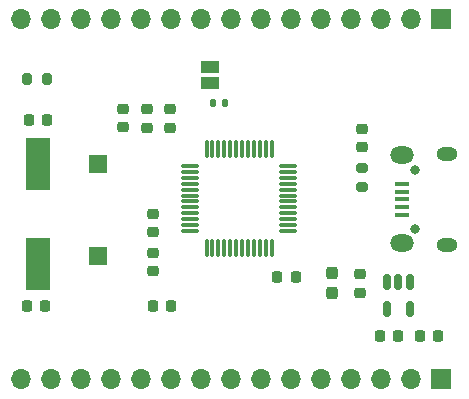
<source format=gbr>
%TF.GenerationSoftware,KiCad,Pcbnew,7.0.5-7.0.5~ubuntu20.04.1*%
%TF.CreationDate,2023-12-02T16:13:28+01:00*%
%TF.ProjectId,ST_prot,53545f70-726f-4742-9e6b-696361645f70,rev?*%
%TF.SameCoordinates,Original*%
%TF.FileFunction,Soldermask,Top*%
%TF.FilePolarity,Negative*%
%FSLAX46Y46*%
G04 Gerber Fmt 4.6, Leading zero omitted, Abs format (unit mm)*
G04 Created by KiCad (PCBNEW 7.0.5-7.0.5~ubuntu20.04.1) date 2023-12-02 16:13:28*
%MOMM*%
%LPD*%
G01*
G04 APERTURE LIST*
G04 Aperture macros list*
%AMRoundRect*
0 Rectangle with rounded corners*
0 $1 Rounding radius*
0 $2 $3 $4 $5 $6 $7 $8 $9 X,Y pos of 4 corners*
0 Add a 4 corners polygon primitive as box body*
4,1,4,$2,$3,$4,$5,$6,$7,$8,$9,$2,$3,0*
0 Add four circle primitives for the rounded corners*
1,1,$1+$1,$2,$3*
1,1,$1+$1,$4,$5*
1,1,$1+$1,$6,$7*
1,1,$1+$1,$8,$9*
0 Add four rect primitives between the rounded corners*
20,1,$1+$1,$2,$3,$4,$5,0*
20,1,$1+$1,$4,$5,$6,$7,0*
20,1,$1+$1,$6,$7,$8,$9,0*
20,1,$1+$1,$8,$9,$2,$3,0*%
G04 Aperture macros list end*
%ADD10RoundRect,0.237500X-0.237500X0.300000X-0.237500X-0.300000X0.237500X-0.300000X0.237500X0.300000X0*%
%ADD11RoundRect,0.225000X0.225000X0.250000X-0.225000X0.250000X-0.225000X-0.250000X0.225000X-0.250000X0*%
%ADD12RoundRect,0.225000X0.250000X-0.225000X0.250000X0.225000X-0.250000X0.225000X-0.250000X-0.225000X0*%
%ADD13RoundRect,0.225000X-0.250000X0.225000X-0.250000X-0.225000X0.250000X-0.225000X0.250000X0.225000X0*%
%ADD14RoundRect,0.225000X-0.225000X-0.250000X0.225000X-0.250000X0.225000X0.250000X-0.225000X0.250000X0*%
%ADD15RoundRect,0.218750X0.218750X0.256250X-0.218750X0.256250X-0.218750X-0.256250X0.218750X-0.256250X0*%
%ADD16RoundRect,0.218750X-0.218750X-0.256250X0.218750X-0.256250X0.218750X0.256250X-0.218750X0.256250X0*%
%ADD17R,1.700000X1.700000*%
%ADD18O,1.700000X1.700000*%
%ADD19R,1.500000X1.000000*%
%ADD20RoundRect,0.135000X-0.135000X-0.185000X0.135000X-0.185000X0.135000X0.185000X-0.135000X0.185000X0*%
%ADD21RoundRect,0.075000X-0.662500X-0.075000X0.662500X-0.075000X0.662500X0.075000X-0.662500X0.075000X0*%
%ADD22RoundRect,0.075000X-0.075000X-0.662500X0.075000X-0.662500X0.075000X0.662500X-0.075000X0.662500X0*%
%ADD23R,2.000000X4.500000*%
%ADD24O,0.800000X0.800000*%
%ADD25R,1.300000X0.450000*%
%ADD26O,1.800000X1.150000*%
%ADD27O,2.000000X1.450000*%
%ADD28RoundRect,0.200000X-0.275000X0.200000X-0.275000X-0.200000X0.275000X-0.200000X0.275000X0.200000X0*%
%ADD29R,1.500000X1.500000*%
%ADD30RoundRect,0.200000X-0.200000X-0.275000X0.200000X-0.275000X0.200000X0.275000X-0.200000X0.275000X0*%
%ADD31RoundRect,0.150000X-0.150000X0.512500X-0.150000X-0.512500X0.150000X-0.512500X0.150000X0.512500X0*%
G04 APERTURE END LIST*
D10*
%TO.C,C1*%
X82169000Y-51956500D03*
X82169000Y-53681500D03*
%TD*%
D11*
%TO.C,C2*%
X87783000Y-57277000D03*
X86233000Y-57277000D03*
%TD*%
D12*
%TO.C,C3*%
X66548000Y-39637000D03*
X66548000Y-38087000D03*
%TD*%
D13*
%TO.C,C4*%
X64516000Y-38074000D03*
X64516000Y-39624000D03*
%TD*%
D11*
%TO.C,C5*%
X79121000Y-52324000D03*
X77571000Y-52324000D03*
%TD*%
D13*
%TO.C,C6*%
X84709000Y-39751000D03*
X84709000Y-41301000D03*
%TD*%
D12*
%TO.C,C7*%
X68453000Y-39650000D03*
X68453000Y-38100000D03*
%TD*%
%TO.C,C8*%
X67056000Y-48514000D03*
X67056000Y-46964000D03*
%TD*%
D14*
%TO.C,C10*%
X56515000Y-38989000D03*
X58065000Y-38989000D03*
%TD*%
D11*
%TO.C,C11*%
X57912000Y-54737000D03*
X56362000Y-54737000D03*
%TD*%
D15*
%TO.C,D1*%
X91186000Y-57277000D03*
X89611000Y-57277000D03*
%TD*%
D16*
%TO.C,D2*%
X67005000Y-54737000D03*
X68580000Y-54737000D03*
%TD*%
D17*
%TO.C,J2*%
X91440000Y-30480000D03*
D18*
X88900000Y-30480000D03*
X86360000Y-30480000D03*
X83820000Y-30480000D03*
X81280000Y-30480000D03*
X78740000Y-30480000D03*
X76200000Y-30480000D03*
X73660000Y-30480000D03*
X71120000Y-30480000D03*
X68580000Y-30480000D03*
X66040000Y-30480000D03*
X63500000Y-30480000D03*
X60960000Y-30480000D03*
X58420000Y-30480000D03*
X55880000Y-30480000D03*
%TD*%
D19*
%TO.C,JP1*%
X71882000Y-34544000D03*
X71882000Y-35844000D03*
%TD*%
D20*
%TO.C,R2*%
X72134000Y-37592000D03*
X73154000Y-37592000D03*
%TD*%
D21*
%TO.C,U2*%
X70161000Y-42887000D03*
X70161000Y-43387000D03*
X70161000Y-43887000D03*
X70161000Y-44387000D03*
X70161000Y-44887000D03*
X70161000Y-45387000D03*
X70161000Y-45887000D03*
X70161000Y-46387000D03*
X70161000Y-46887000D03*
X70161000Y-47387000D03*
X70161000Y-47887000D03*
X70161000Y-48387000D03*
D22*
X71573500Y-49799500D03*
X72073500Y-49799500D03*
X72573500Y-49799500D03*
X73073500Y-49799500D03*
X73573500Y-49799500D03*
X74073500Y-49799500D03*
X74573500Y-49799500D03*
X75073500Y-49799500D03*
X75573500Y-49799500D03*
X76073500Y-49799500D03*
X76573500Y-49799500D03*
X77073500Y-49799500D03*
D21*
X78486000Y-48387000D03*
X78486000Y-47887000D03*
X78486000Y-47387000D03*
X78486000Y-46887000D03*
X78486000Y-46387000D03*
X78486000Y-45887000D03*
X78486000Y-45387000D03*
X78486000Y-44887000D03*
X78486000Y-44387000D03*
X78486000Y-43887000D03*
X78486000Y-43387000D03*
X78486000Y-42887000D03*
D22*
X77073500Y-41474500D03*
X76573500Y-41474500D03*
X76073500Y-41474500D03*
X75573500Y-41474500D03*
X75073500Y-41474500D03*
X74573500Y-41474500D03*
X74073500Y-41474500D03*
X73573500Y-41474500D03*
X73073500Y-41474500D03*
X72573500Y-41474500D03*
X72073500Y-41474500D03*
X71573500Y-41474500D03*
%TD*%
D23*
%TO.C,Y1*%
X57277000Y-42681000D03*
X57277000Y-51181000D03*
%TD*%
D24*
%TO.C,J1*%
X89198000Y-48220000D03*
X89198000Y-43220000D03*
D25*
X88098000Y-47020000D03*
X88098000Y-46370000D03*
X88098000Y-45720000D03*
X88098000Y-45070000D03*
X88098000Y-44420000D03*
D26*
X91948000Y-49595000D03*
D27*
X88148000Y-49445000D03*
X88148000Y-41995000D03*
D26*
X91948000Y-41845000D03*
%TD*%
D13*
%TO.C,C9*%
X67056000Y-50266000D03*
X67056000Y-51816000D03*
%TD*%
D28*
%TO.C,R4*%
X84709000Y-43053000D03*
X84709000Y-44703000D03*
%TD*%
D17*
%TO.C,J3*%
X91440000Y-60960000D03*
D18*
X88900000Y-60960000D03*
X86360000Y-60960000D03*
X83820000Y-60960000D03*
X81280000Y-60960000D03*
X78740000Y-60960000D03*
X76200000Y-60960000D03*
X73660000Y-60960000D03*
X71120000Y-60960000D03*
X68580000Y-60960000D03*
X66040000Y-60960000D03*
X63500000Y-60960000D03*
X60960000Y-60960000D03*
X58420000Y-60960000D03*
X55880000Y-60960000D03*
%TD*%
D13*
%TO.C,C12*%
X84582000Y-52057000D03*
X84582000Y-53607000D03*
%TD*%
D29*
%TO.C,SW2*%
X62357000Y-50509000D03*
X62357000Y-42709000D03*
%TD*%
D30*
%TO.C,R5*%
X56389000Y-35560000D03*
X58039000Y-35560000D03*
%TD*%
D31*
%TO.C,U3*%
X88773000Y-52716000D03*
X87823000Y-52716000D03*
X86873000Y-52716000D03*
X86873000Y-54991000D03*
X88773000Y-54991000D03*
%TD*%
M02*

</source>
